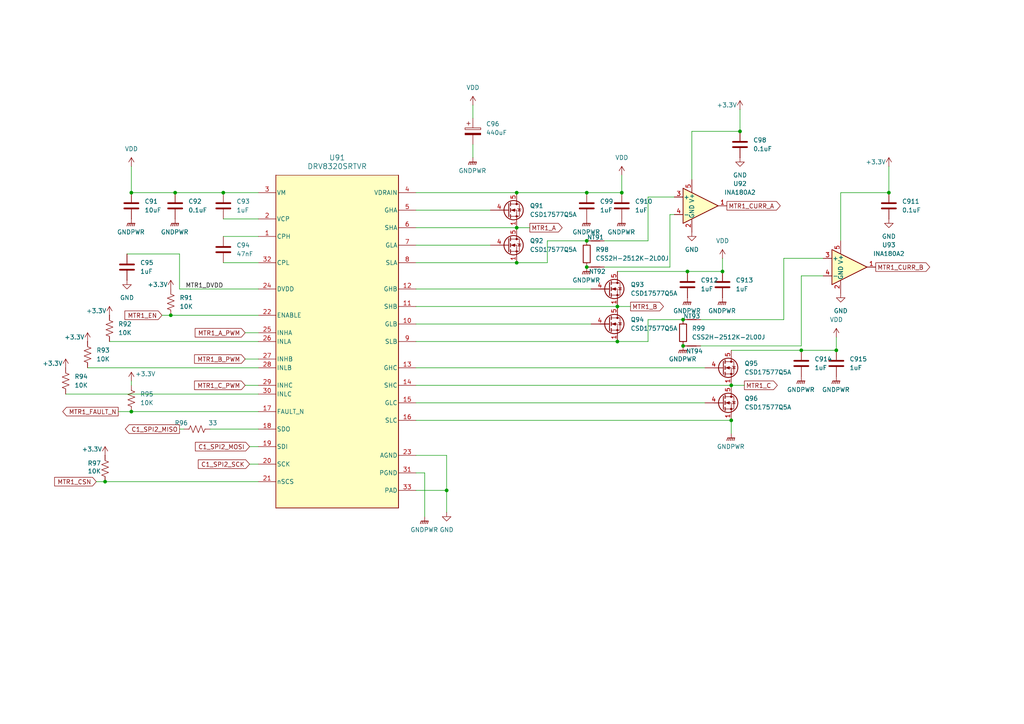
<source format=kicad_sch>
(kicad_sch (version 20250114) (generator "eeschema") (generator_version "9.0")
  (paper "A4")
  (lib_symbols
    (symbol "Amplifier_Current:INA180A2" (pin_names (offset 0.127))
      (property "Reference" "U" (at 3.81 3.81 0))
      (property "Value" "INA180A2" (at 3.81 -2.54 0))
      (symbol "INA180A2_0_1"
        (polyline (pts (xy 5.08 0) (xy -5.08 5.08) (xy -5.08 -5.08) (xy 5.08 0)) (stroke (width 0.254)) (fill (type background)))
      )
      (symbol "INA180A2_1_1"
        (pin input line (at -7.62 2.54 0) (length 2.54) (name "+") (number "3"))
        (pin input line (at -7.62 -2.54 0) (length 2.54) (name "-") (number "4"))
        (pin power_in line (at -2.54 7.62 270) (length 3.81) (name "V+") (number "5"))
        (pin power_in line (at -2.54 -7.62 90) (length 3.81) (name "GND") (number "2"))
        (pin output line (at 7.62 0 180) (length 2.54) (name "~") (number "1"))
      )
    )
    (symbol "Device:C" (pin_numbers (hide yes)) (pin_names (offset 0.254))
      (property "Reference" "C" (at 0.635 2.54 0))
      (property "Value" "C" (at 0.635 -2.54 0))
      (symbol "C_0_1"
        (polyline (pts (xy -2.032 0.762) (xy 2.032 0.762)) (stroke (width 0.508)))
        (polyline (pts (xy -2.032 -0.762) (xy 2.032 -0.762)) (stroke (width 0.508)))
      )
      (symbol "C_1_1"
        (pin passive line (at 0 3.81 270) (length 2.794) (name "~") (number "1"))
        (pin passive line (at 0 -3.81 90) (length 2.794) (name "~") (number "2"))
      )
    )
    (symbol "Device:C_Polarized" (pin_numbers (hide yes)) (pin_names (offset 0.254))
      (property "Reference" "C" (at 0.635 2.54 0))
      (property "Value" "C_Polarized" (at 0.635 -2.54 0))
      (symbol "C_Polarized_0_1"
        (rectangle (start -2.286 0.508) (end 2.286 1.016))
        (polyline (pts (xy -1.778 2.286) (xy -0.762 2.286)))
        (polyline (pts (xy -1.27 2.794) (xy -1.27 1.778)))
        (rectangle (start 2.286 -0.508) (end -2.286 -1.016) (fill (type outline)))
      )
      (symbol "C_Polarized_1_1"
        (pin passive line (at 0 3.81 270) (length 2.794) (name "~") (number "1"))
        (pin passive line (at 0 -3.81 90) (length 2.794) (name "~") (number "2"))
      )
    )
    (symbol "Device:NetTie_2" (pin_numbers (hide yes)) (pin_names (offset 0) (hide yes)) (in_bom no)
      (property "Reference" "NT" (at 0 1.27 0))
      (property "Value" "NetTie_2" (at 0 -1.27 0))
      (symbol "NetTie_2_0_1"
        (polyline (pts (xy -1.27 0) (xy 1.27 0)) (stroke (width 0.254)))
      )
      (symbol "NetTie_2_1_1"
        (pin passive line (at -2.54 0 0) (length 2.54) (name "1") (number "1"))
        (pin passive line (at 2.54 0 180) (length 2.54) (name "2") (number "2"))
      )
    )
    (symbol "Device:R" (pin_numbers (hide yes)) (pin_names (offset 0))
      (property "Reference" "R" (at 2.032 0 90))
      (property "Value" "R" (at 0 0 90))
      (symbol "R_0_1"
        (rectangle (start -1.016 -2.54) (end 1.016 2.54) (stroke (width 0.254)))
      )
      (symbol "R_1_1"
        (pin passive line (at 0 3.81 270) (length 1.27) (name "~") (number "1"))
        (pin passive line (at 0 -3.81 90) (length 1.27) (name "~") (number "2"))
      )
    )
    (symbol "Device:R_US" (pin_numbers (hide yes)) (pin_names (offset 0))
      (property "Reference" "R" (at 2.54 0 90))
      (property "Value" "R_US" (at -2.54 0 90))
      (symbol "R_US_0_1"
        (polyline (pts (xy 0 2.286) (xy 0 2.54)))
        (polyline (pts (xy 0 2.286) (xy 1.016 1.905) (xy 0 1.524) (xy -1.016 1.143) (xy 0 0.762)))
        (polyline (pts (xy 0 0.762) (xy 1.016 0.381) (xy 0 0) (xy -1.016 -0.381) (xy 0 -0.762)))
        (polyline (pts (xy 0 -0.762) (xy 1.016 -1.143) (xy 0 -1.524) (xy -1.016 -1.905) (xy 0 -2.286)))
        (polyline (pts (xy 0 -2.286) (xy 0 -2.54)))
      )
      (symbol "R_US_1_1"
        (pin passive line (at 0 3.81 270) (length 1.27) (name "~") (number "1"))
        (pin passive line (at 0 -3.81 90) (length 1.27) (name "~") (number "2"))
      )
    )
    (symbol "Global:DRV8320SRTVR" (pin_names (offset 0.254))
      (property "Reference" "U" (at 0 2.54 0))
      (property "Value" "DRV8320SRTVR" (at 0 0 0))
      (symbol "DRV8320SRTVR_0_1"
        (polyline (pts (xy -17.78 48.26) (xy -17.78 -48.26)) (stroke (width 0.2032)))
        (polyline (pts (xy -17.78 -48.26) (xy 17.78 -48.26)) (stroke (width 0.2032)))
        (polyline (pts (xy 17.78 -48.26) (xy 17.78 48.26)) (stroke (width 0.2032)))
        (pin power_in line (at -22.86 43.18 0) (length 5.08) (name "VM") (number "3"))
        (pin power_in line (at -22.86 35.56 0) (length 5.08) (name "VCP") (number "2"))
        (pin unspecified line (at -22.86 30.48 0) (length 5.08) (name "CPH") (number "1"))
        (pin unspecified line (at -22.86 22.86 0) (length 5.08) (name "CPL") (number "32"))
        (pin power_in line (at -22.86 15.24 0) (length 5.08) (name "DVDD") (number "24"))
        (pin input line (at -22.86 7.62 0) (length 5.08) (name "ENABLE") (number "22"))
        (pin input line (at -22.86 2.54 0) (length 5.08) (name "INHA") (number "25"))
        (pin input line (at -22.86 0 0) (length 5.08) (name "INLA") (number "26"))
        (pin input line (at -22.86 -5.08 0) (length 5.08) (name "INHB") (number "27"))
        (pin input line (at -22.86 -7.62 0) (length 5.08) (name "INLB") (number "28"))
        (pin input line (at -22.86 -12.7 0) (length 5.08) (name "INHC") (number "29"))
        (pin input line (at -22.86 -15.24 0) (length 5.08) (name "INLC") (number "30"))
        (pin open_collector line (at -22.86 -20.32 0) (length 5.08) (name "FAULT_N") (number "17"))
        (pin input line (at 22.86 43.18 180) (length 5.08) (name "VDRAIN") (number "4"))
        (pin output line (at 22.86 38.1 180) (length 5.08) (name "GHA") (number "5"))
        (pin input line (at 22.86 33.02 180) (length 5.08) (name "SHA") (number "6"))
        (pin output line (at 22.86 27.94 180) (length 5.08) (name "GLA") (number "7"))
        (pin input line (at 22.86 22.86 180) (length 5.08) (name "SLA") (number "8"))
        (pin output line (at 22.86 15.24 180) (length 5.08) (name "GHB") (number "12"))
        (pin input line (at 22.86 10.16 180) (length 5.08) (name "SHB") (number "11"))
        (pin output line (at 22.86 5.08 180) (length 5.08) (name "GLB") (number "10"))
        (pin input line (at 22.86 0 180) (length 5.08) (name "SLB") (number "9"))
        (pin output line (at 22.86 -7.62 180) (length 5.08) (name "GHC") (number "13"))
        (pin input line (at 22.86 -12.7 180) (length 5.08) (name "SHC") (number "14"))
        (pin output line (at 22.86 -17.78 180) (length 5.08) (name "GLC") (number "15"))
        (pin input line (at 22.86 -22.86 180) (length 5.08) (name "SLC") (number "16"))
        (pin power_in line (at 22.86 -33.02 180) (length 5.08) (name "AGND") (number "23"))
        (pin power_in line (at 22.86 -38.1 180) (length 5.08) (name "PGND") (number "31"))
        (pin power_in line (at 22.86 -43.18 180) (length 5.08) (name "PAD") (number "33"))
      )
      (symbol "DRV8320SRTVR_1_1"
        (rectangle (start -17.78 48.26) (end 17.78 -48.26) (fill (type color) (color 255 255 194 1)))
        (pin unspecified line (at -22.86 -25.4 0) (length 5.08) (name "SDO") (number "18"))
        (pin input line (at -22.86 -30.48 0) (length 5.08) (name "SDI") (number "19"))
        (pin input line (at -22.86 -35.56 0) (length 5.08) (name "SCK") (number "20"))
        (pin unspecified line (at -22.86 -40.64 0) (length 5.08) (name "nSCS") (number "21"))
      )
    )
    (symbol "Transistor_FET:CSD17577Q5A" (pin_names (offset 0) (hide yes))
      (property "Reference" "Q" (at 5.08 1.905 0))
      (property "Value" "CSD17577Q5A" (at 5.08 0 0))
      (symbol "CSD17577Q5A_0_1"
        (polyline (pts (xy 0.254 1.905) (xy 0.254 -1.905)) (stroke (width 0.254)))
        (polyline (pts (xy 0.254 0) (xy -2.54 0)))
        (polyline (pts (xy 0.762 2.286) (xy 0.762 1.27)) (stroke (width 0.254)))
        (polyline (pts (xy 0.762 0.508) (xy 0.762 -0.508)) (stroke (width 0.254)))
        (polyline (pts (xy 0.762 -1.27) (xy 0.762 -2.286)) (stroke (width 0.254)))
        (polyline (pts (xy 0.762 -1.778) (xy 3.302 -1.778) (xy 3.302 1.778) (xy 0.762 1.778)))
        (polyline (pts (xy 1.016 0) (xy 2.032 0.381) (xy 2.032 -0.381) (xy 1.016 0)) (fill (type outline)))
        (circle (center 1.651 0) (radius 2.794) (stroke (width 0.254)))
        (polyline (pts (xy 2.54 2.54) (xy 2.54 1.778)))
        (circle (center 2.54 1.778) (radius 0.254) (fill (type outline)))
        (circle (center 2.54 -1.778) (radius 0.254) (fill (type outline)))
        (polyline (pts (xy 2.54 -2.54) (xy 2.54 0) (xy 0.762 0)))
        (polyline (pts (xy 2.794 0.508) (xy 2.921 0.381) (xy 3.683 0.381) (xy 3.81 0.254)))
        (polyline (pts (xy 3.302 0.381) (xy 2.921 -0.254) (xy 3.683 -0.254) (xy 3.302 0.381)))
      )
      (symbol "CSD17577Q5A_1_1"
        (pin input line (at -5.08 0 0) (length 5.08) (name "G") (number "4"))
        (pin passive line (at 2.54 5.08 270) (length 2.54) (name "D") (number "5"))
        (pin passive line (at 2.54 -5.08 90) (length 2.54) (name "S") (number "1"))
        (pin passive line (at 2.54 -5.08 90) (length 2.54) (hide yes) (name "S") (number "2"))
        (pin passive line (at 2.54 -5.08 90) (length 2.54) (hide yes) (name "S") (number "3"))
      )
    )
    (symbol "power:+3.3V" (power) (pin_numbers (hide yes)) (pin_names (offset 0) (hide yes))
      (property "Value" "+3.3V" (at 0 3.556 0))
      (symbol "+3.3V_0_1"
        (polyline (pts (xy -0.762 1.27) (xy 0 2.54)))
        (polyline (pts (xy 0 2.54) (xy 0.762 1.27)))
        (polyline (pts (xy 0 0) (xy 0 2.54)))
      )
      (symbol "+3.3V_1_1"
        (pin power_in line (at 0 0 90) (length 0) (name "~") (number "1"))
      )
    )
    (symbol "power:GND" (power) (pin_numbers (hide yes)) (pin_names (offset 0) (hide yes))
      (property "Value" "GND" (at 0 -3.81 0))
      (symbol "GND_0_1"
        (polyline (pts (xy 0 0) (xy 0 -1.27) (xy 1.27 -1.27) (xy 0 -2.54) (xy -1.27 -1.27) (xy 0 -1.27)))
      )
      (symbol "GND_1_1"
        (pin power_in line (at 0 0 270) (length 0) (name "~") (number "1"))
      )
    )
    (symbol "power:GNDPWR" (power) (pin_numbers (hide yes)) (pin_names (offset 0) (hide yes))
      (property "Value" "GNDPWR" (at 0 -3.302 0))
      (symbol "GNDPWR_0_1"
        (polyline (pts (xy -1.016 -1.27) (xy -1.27 -2.032) (xy -1.27 -2.032)) (stroke (width 0.2032)))
        (polyline (pts (xy -0.508 -1.27) (xy -0.762 -2.032) (xy -0.762 -2.032)) (stroke (width 0.2032)))
        (polyline (pts (xy 0 -1.27) (xy 0 0)))
        (polyline (pts (xy 0 -1.27) (xy -0.254 -2.032) (xy -0.254 -2.032)) (stroke (width 0.2032)))
        (polyline (pts (xy 0.508 -1.27) (xy 0.254 -2.032) (xy 0.254 -2.032)) (stroke (width 0.2032)))
        (polyline (pts (xy 1.016 -1.27) (xy -1.016 -1.27) (xy -1.016 -1.27)) (stroke (width 0.2032)))
        (polyline (pts (xy 1.016 -1.27) (xy 0.762 -2.032) (xy 0.762 -2.032) (xy 0.762 -2.032)) (stroke (width 0.2032)))
      )
      (symbol "GNDPWR_1_1"
        (pin power_in line (at 0 0 270) (length 0) (name "~") (number "1"))
      )
    )
    (symbol "power:VDD" (power) (pin_numbers (hide yes)) (pin_names (offset 0) (hide yes))
      (property "Value" "VDD" (at 0 3.556 0))
      (symbol "VDD_0_1"
        (polyline (pts (xy -0.762 1.27) (xy 0 2.54)))
        (polyline (pts (xy 0 2.54) (xy 0.762 1.27)))
        (polyline (pts (xy 0 0) (xy 0 2.54)))
      )
      (symbol "VDD_1_1"
        (pin power_in line (at 0 0 90) (length 0) (name "~") (number "1"))
      )
    )
  )
  (junction (at 170.18 55.88))
  (junction (at 242.57 101.6))
  (junction (at 30.48 139.7))
  (junction (at 257.81 55.88))
  (junction (at 232.41 101.6))
  (junction (at 209.55 78.74))
  (junction (at 199.39 78.74))
  (junction (at 170.18 69.85))
  (junction (at 64.77 55.88))
  (junction (at 149.86 66.04))
  (junction (at 214.63 38.1))
  (junction (at 180.34 55.88))
  (junction (at 50.8 55.88))
  (junction (at 129.54 142.24))
  (junction (at 49.53 91.44))
  (junction (at 149.86 76.2))
  (junction (at 38.1 55.88))
  (junction (at 179.07 99.06))
  (junction (at 198.12 100.33))
  (junction (at 198.12 92.71))
  (junction (at 212.09 121.92))
  (junction (at 179.07 88.9))
  (junction (at 170.18 77.47))
  (junction (at 149.86 55.88))
  (junction (at 212.09 111.76))
  (junction (at 38.1 119.38))
  (wire (pts (xy 120.65 83.82) (xy 171.45 83.82)))
  (wire (pts (xy 170.18 55.88) (xy 180.34 55.88)))
  (wire (pts (xy 52.07 73.66) (xy 52.07 83.82)))
  (wire (pts (xy 120.65 60.96) (xy 142.24 60.96)))
  (wire (pts (xy 203.2 100.33) (xy 232.41 100.33)))
  (wire (pts (xy 46.99 91.44) (xy 49.53 91.44)))
  (wire (pts (xy 120.65 142.24) (xy 129.54 142.24)))
  (wire (pts (xy 199.39 78.74) (xy 209.55 78.74)))
  (wire (pts (xy 194.31 62.23) (xy 195.58 62.23)))
  (wire (pts (xy 158.75 76.2) (xy 149.86 76.2)))
  (wire (pts (xy 123.19 137.16) (xy 120.65 137.16)))
  (wire (pts (xy 232.41 100.33) (xy 232.41 80.01)))
  (wire (pts (xy 38.1 55.88) (xy 50.8 55.88)))
  (wire (pts (xy 72.39 134.62) (xy 74.93 134.62)))
  (wire (pts (xy 71.12 96.52) (xy 74.93 96.52)))
  (wire (pts (xy 227.33 92.71) (xy 227.33 74.93)))
  (wire (pts (xy 179.07 78.74) (xy 199.39 78.74)))
  (wire (pts (xy 31.75 99.06) (xy 74.93 99.06)))
  (wire (pts (xy 187.96 99.06) (xy 179.07 99.06)))
  (wire (pts (xy 187.96 57.15) (xy 195.58 57.15)))
  (wire (pts (xy 120.65 88.9) (xy 179.07 88.9)))
  (wire (pts (xy 50.8 55.88) (xy 64.77 55.88)))
  (wire (pts (xy 149.86 55.88) (xy 170.18 55.88)))
  (wire (pts (xy 71.12 104.14) (xy 74.93 104.14)))
  (wire (pts (xy 243.84 55.88) (xy 257.81 55.88)))
  (wire (pts (xy 137.16 30.48) (xy 137.16 34.29)))
  (wire (pts (xy 60.96 124.46) (xy 74.93 124.46)))
  (wire (pts (xy 30.48 139.7) (xy 74.93 139.7)))
  (wire (pts (xy 158.75 69.85) (xy 158.75 76.2)))
  (wire (pts (xy 120.65 71.12) (xy 142.24 71.12)))
  (wire (pts (xy 212.09 101.6) (xy 232.41 101.6)))
  (wire (pts (xy 64.77 63.5) (xy 74.93 63.5)))
  (wire (pts (xy 179.07 88.9) (xy 182.88 88.9)))
  (wire (pts (xy 34.29 119.38) (xy 38.1 119.38)))
  (wire (pts (xy 175.26 69.85) (xy 187.96 69.85)))
  (wire (pts (xy 209.55 74.93) (xy 209.55 78.74)))
  (wire (pts (xy 36.83 73.66) (xy 52.07 73.66)))
  (wire (pts (xy 129.54 132.08) (xy 120.65 132.08)))
  (wire (pts (xy 64.77 68.58) (xy 74.93 68.58)))
  (wire (pts (xy 52.07 124.46) (xy 53.34 124.46)))
  (wire (pts (xy 200.66 38.1) (xy 214.63 38.1)))
  (wire (pts (xy 170.18 69.85) (xy 158.75 69.85)))
  (wire (pts (xy 120.65 55.88) (xy 149.86 55.88)))
  (wire (pts (xy 149.86 66.04) (xy 153.67 66.04)))
  (wire (pts (xy 198.12 92.71) (xy 187.96 92.71)))
  (wire (pts (xy 120.65 121.92) (xy 212.09 121.92)))
  (wire (pts (xy 72.39 129.54) (xy 74.93 129.54)))
  (wire (pts (xy 175.26 77.47) (xy 194.31 77.47)))
  (wire (pts (xy 180.34 50.8) (xy 180.34 55.88)))
  (wire (pts (xy 120.65 111.76) (xy 212.09 111.76)))
  (wire (pts (xy 137.16 41.91) (xy 137.16 45.72)))
  (wire (pts (xy 120.65 99.06) (xy 179.07 99.06)))
  (wire (pts (xy 242.57 97.79) (xy 242.57 101.6)))
  (wire (pts (xy 232.41 101.6) (xy 242.57 101.6)))
  (wire (pts (xy 212.09 121.92) (xy 212.09 125.73)))
  (wire (pts (xy 120.65 66.04) (xy 149.86 66.04)))
  (wire (pts (xy 194.31 77.47) (xy 194.31 62.23)))
  (wire (pts (xy 19.05 114.3) (xy 74.93 114.3)))
  (wire (pts (xy 227.33 74.93) (xy 238.76 74.93)))
  (wire (pts (xy 232.41 80.01) (xy 238.76 80.01)))
  (wire (pts (xy 49.53 91.44) (xy 74.93 91.44)))
  (wire (pts (xy 243.84 69.85) (xy 243.84 55.88)))
  (wire (pts (xy 52.07 83.82) (xy 74.93 83.82)))
  (wire (pts (xy 212.09 111.76) (xy 215.9 111.76)))
  (wire (pts (xy 120.65 116.84) (xy 204.47 116.84)))
  (wire (pts (xy 129.54 142.24) (xy 129.54 132.08)))
  (wire (pts (xy 120.65 76.2) (xy 149.86 76.2)))
  (wire (pts (xy 203.2 92.71) (xy 227.33 92.71)))
  (wire (pts (xy 38.1 119.38) (xy 74.93 119.38)))
  (wire (pts (xy 25.4 106.68) (xy 74.93 106.68)))
  (wire (pts (xy 129.54 148.59) (xy 129.54 142.24)))
  (wire (pts (xy 38.1 110.49) (xy 38.1 111.76)))
  (wire (pts (xy 123.19 149.86) (xy 123.19 137.16)))
  (wire (pts (xy 64.77 55.88) (xy 74.93 55.88)))
  (wire (pts (xy 187.96 69.85) (xy 187.96 57.15)))
  (wire (pts (xy 71.12 111.76) (xy 74.93 111.76)))
  (wire (pts (xy 64.77 76.2) (xy 74.93 76.2)))
  (wire (pts (xy 214.63 31.75) (xy 214.63 38.1)))
  (wire (pts (xy 120.65 106.68) (xy 204.47 106.68)))
  (wire (pts (xy 257.81 48.26) (xy 257.81 55.88)))
  (wire (pts (xy 30.48 139.7) (xy 27.94 139.7)))
  (wire (pts (xy 200.66 52.07) (xy 200.66 38.1)))
  (wire (pts (xy 120.65 93.98) (xy 171.45 93.98)))
  (wire (pts (xy 38.1 48.26) (xy 38.1 55.88)))
  (wire (pts (xy 187.96 92.71) (xy 187.96 99.06)))
  (label "MTR1_DVDD" (at 64.77 83.82 180))
  (global_label "C1_SPI2_MISO" (shape output) (at 52.07 124.46 180) (property "Intersheetrefs" "${INTERSHEET_REFS}" (at 35.7801 124.46 0) (effects (justify right))))
  (global_label "MTR1_CURR_B" (shape output) (at 254 77.47 0) (property "Intersheetrefs" "${INTERSHEET_REFS}" (at 270.2294 77.47 0) (effects (justify left))))
  (global_label "MTR1_EN" (shape input) (at 46.99 91.44 180) (property "Intersheetrefs" "${INTERSHEET_REFS}" (at 35.6592 91.44 0) (effects (justify right))))
  (global_label "MTR1_C_PWM" (shape input) (at 71.12 111.76 180) (property "Intersheetrefs" "${INTERSHEET_REFS}" (at 55.8583 111.76 0) (effects (justify right))))
  (global_label "MTR1_CSN" (shape input) (at 27.94 139.7 180) (property "Intersheetrefs" "${INTERSHEET_REFS}" (at 15.2787 139.7 0) (effects (justify right))))
  (global_label "MTR1_FAULT_N" (shape output) (at 34.29 119.38 180) (property "Intersheetrefs" "${INTERSHEET_REFS}" (at 17.6372 119.38 0) (effects (justify right))))
  (global_label "MTR1_C" (shape output) (at 215.9 111.76 0) (property "Intersheetrefs" "${INTERSHEET_REFS}" (at 226.0213 111.76 0) (effects (justify left))))
  (global_label "C1_SPI2_MOSI" (shape input) (at 72.39 129.54 180) (property "Intersheetrefs" "${INTERSHEET_REFS}" (at 56.1001 129.54 0) (effects (justify right))))
  (global_label "MTR1_A_PWM" (shape input) (at 71.12 96.52 180) (property "Intersheetrefs" "${INTERSHEET_REFS}" (at 56.0397 96.52 0) (effects (justify right))))
  (global_label "MTR1_A" (shape output) (at 153.67 66.04 0) (property "Intersheetrefs" "${INTERSHEET_REFS}" (at 163.6099 66.04 0) (effects (justify left))))
  (global_label "MTR1_B" (shape output) (at 182.88 88.9 0) (property "Intersheetrefs" "${INTERSHEET_REFS}" (at 193.0013 88.9 0) (effects (justify left))))
  (global_label "C1_SPI2_SCK" (shape input) (at 72.39 134.62 180) (property "Intersheetrefs" "${INTERSHEET_REFS}" (at 56.9468 134.62 0) (effects (justify right))))
  (global_label "MTR1_B_PWM" (shape input) (at 71.12 104.14 180) (property "Intersheetrefs" "${INTERSHEET_REFS}" (at 55.8583 104.14 0) (effects (justify right))))
  (global_label "MTR1_CURR_A" (shape output) (at 210.82 59.69 0) (property "Intersheetrefs" "${INTERSHEET_REFS}" (at 226.868 59.69 0) (effects (justify left))))
  (symbol (lib_id "power:VDD") (at 242.57 97.79 0) (unit 1)
    (property "Reference" "#PWR0154" (effects (hide yes)))
    (property "Value" "VDD" (at 242.57 92.71 0))
    (property "Description" "Power symbol creates a global label with name \"VDD\"" (effects (hide yes)))
  )
  (symbol (lib_id "power:GNDPWR") (at 137.16 45.72 0) (unit 1)
    (property "Reference" "#PWR0151" (effects (hide yes)))
    (property "Value" "GNDPWR" (at 137.033 49.53 0))
    (property "Description" "Power symbol creates a global label with name \"GNDPWR\" , global ground" (effects (hide yes)))
  )
  (symbol (lib_id "Amplifier_Current:INA180A2") (at 246.38 77.47 0) (unit 1)
    (property "Reference" "U93" (at 257.81 71.0498 0))
    (property "Value" "INA180A2" (at 257.81 73.5898 0))
    (property "Footprint" "Package_TO_SOT_SMD:SOT-23-5" (effects (hide yes)))
    (property "Datasheet" "http://www.ti.com/lit/ds/symlink/ina180.pdf" (effects (hide yes)))
    (property "Description" "Current Sense Amplifier, 1 Circuit, Rail-to-Rail, 26V, Gain 50 V/V, SOT-23-5" (effects (hide yes)))
  )
  (symbol (lib_id "power:+3.3V") (at 257.81 48.26 0) (unit 1)
    (property "Reference" "#PWR0170" (effects (hide yes)))
    (property "Value" "+3.3V" (at 254 46.99 0))
    (property "Description" "Power symbol creates a global label with name \"+3.3V\"" (effects (hide yes)))
  )
  (symbol (lib_id "Device:C") (at 209.55 82.55 0) (unit 1)
    (property "Reference" "C913" (at 213.36 81.2799 0) (effects (justify left)))
    (property "Value" "1uF" (at 213.36 83.8199 0) (effects (justify left)))
    (property "Footprint" "Capacitor_SMD:C_0603_1608Metric" (effects (hide yes)))
    (property "Description" "Unpolarized capacitor" (effects (hide yes)))
  )
  (symbol (lib_id "power:+3.3V") (at 25.4 99.06 0) (unit 1)
    (property "Reference" "#PWR0262" (effects (hide yes)))
    (property "Value" "+3.3V" (at 21.59 97.79 0))
    (property "Description" "Power symbol creates a global label with name \"+3.3V\"" (effects (hide yes)))
  )
  (symbol (lib_id "Device:C") (at 199.39 82.55 0) (unit 1)
    (property "Reference" "C912" (at 203.2 81.2799 0) (effects (justify left)))
    (property "Value" "1uF" (at 203.2 83.8199 0) (effects (justify left)))
    (property "Footprint" "Capacitor_SMD:C_0603_1608Metric" (effects (hide yes)))
    (property "Description" "Unpolarized capacitor" (effects (hide yes)))
  )
  (symbol (lib_id "Transistor_FET:CSD17577Q5A") (at 209.55 116.84 0) (unit 1)
    (property "Reference" "Q96" (at 215.9 115.5699 0) (effects (justify left)))
    (property "Value" "CSD17577Q5A" (at 215.9 118.1099 0) (effects (justify left)))
    (property "Footprint" "Package_TO_SOT_SMD:TDSON-8-1" (effects (hide yes)))
    (property "Datasheet" "http://www.ti.com/lit/gpn/csd17577q5a" (effects (hide yes)))
    (property "Description" "60A Id, 30V Vds, NexFET N-Channel Power MOSFET, 4.2mOhm Ron, 13nC Qg(typ), SON8 5x6mm" (effects (hide yes)))
  )
  (symbol (lib_id "Transistor_FET:CSD17577Q5A") (at 147.32 71.12 0) (unit 1)
    (property "Reference" "Q92" (at 153.67 69.8499 0) (effects (justify left)))
    (property "Value" "CSD17577Q5A" (at 153.67 72.3899 0) (effects (justify left)))
    (property "Footprint" "Package_TO_SOT_SMD:TDSON-8-1" (effects (hide yes)))
    (property "Datasheet" "http://www.ti.com/lit/gpn/csd17577q5a" (effects (hide yes)))
    (property "Description" "60A Id, 30V Vds, NexFET N-Channel Power MOSFET, 4.2mOhm Ron, 13nC Qg(typ), SON8 5x6mm" (effects (hide yes)))
  )
  (symbol (lib_id "Device:NetTie_2") (at 172.72 69.85 0) (unit 1) (in_bom no)
    (property "Reference" "NT91" (at 172.72 68.834 0))
    (property "Value" "NetTie_2" (effects (hide yes)))
    (property "Footprint" "NetTie:NetTie-2_SMD_Pad0.5mm" (effects (hide yes)))
    (property "Description" "Net tie, 2 pins" (effects (hide yes)))
  )
  (symbol (lib_id "Device:R") (at 170.18 73.66 0) (unit 1)
    (property "Reference" "R98" (at 172.72 72.3899 0) (effects (justify left)))
    (property "Value" "CSS2H-2512K-2L00J" (at 172.72 74.9299 0) (effects (justify left)))
    (property "Footprint" "Resistor_SMD:R_2512_6332Metric" (effects (hide yes)))
    (property "Description" "Resistor" (effects (hide yes)))
  )
  (symbol (lib_id "Device:C") (at 170.18 59.69 0) (unit 1)
    (property "Reference" "C99" (at 173.99 58.4199 0) (effects (justify left)))
    (property "Value" "1uF" (at 173.99 60.9599 0) (effects (justify left)))
    (property "Footprint" "Capacitor_SMD:C_0603_1608Metric" (effects (hide yes)))
    (property "Description" "Unpolarized capacitor" (effects (hide yes)))
  )
  (symbol (lib_id "power:VDD") (at 209.55 74.93 0) (unit 1)
    (property "Reference" "#PWR0153" (effects (hide yes)))
    (property "Value" "VDD" (at 209.55 69.85 0))
    (property "Description" "Power symbol creates a global label with name \"VDD\"" (effects (hide yes)))
  )
  (symbol (lib_id "Device:C") (at 257.81 59.69 0) (unit 1)
    (property "Reference" "C911" (at 261.62 58.4199 0) (effects (justify left)))
    (property "Value" "0.1uF" (at 261.62 60.9599 0) (effects (justify left)))
    (property "Footprint" "Capacitor_SMD:C_0402_1005Metric" (effects (hide yes)))
    (property "Description" "Unpolarized capacitor" (effects (hide yes)))
  )
  (symbol (lib_id "Device:R_US") (at 30.48 135.89 180) (unit 1)
    (property "Reference" "R97" (at 25.4 134.366 0) (effects (justify right)))
    (property "Value" "10K" (at 25.4 136.652 0) (effects (justify right)))
    (property "Footprint" "Resistor_SMD:R_0402_1005Metric" (effects (hide yes)))
    (property "Description" "Resistor, US symbol" (effects (hide yes)))
  )
  (symbol (lib_id "Device:NetTie_2") (at 200.66 100.33 0) (unit 1) (in_bom no)
    (property "Reference" "NT94" (at 201.422 101.854 0))
    (property "Value" "NetTie_2" (effects (hide yes)))
    (property "Footprint" "NetTie:NetTie-2_SMD_Pad0.5mm" (effects (hide yes)))
    (property "Description" "Net tie, 2 pins" (effects (hide yes)))
  )
  (symbol (lib_id "power:VDD") (at 180.34 50.8 0) (unit 1)
    (property "Reference" "#PWR0161" (effects (hide yes)))
    (property "Value" "VDD" (at 180.34 45.72 0))
    (property "Description" "Power symbol creates a global label with name \"VDD\"" (effects (hide yes)))
  )
  (symbol (lib_id "Transistor_FET:CSD17577Q5A") (at 147.32 60.96 0) (unit 1)
    (property "Reference" "Q91" (at 153.67 59.6899 0) (effects (justify left)))
    (property "Value" "CSD17577Q5A" (at 153.67 62.2299 0) (effects (justify left)))
    (property "Footprint" "Package_TO_SOT_SMD:TDSON-8-1" (effects (hide yes)))
    (property "Datasheet" "http://www.ti.com/lit/gpn/csd17577q5a" (effects (hide yes)))
    (property "Description" "60A Id, 30V Vds, NexFET N-Channel Power MOSFET, 4.2mOhm Ron, 13nC Qg(typ), SON8 5x6mm" (effects (hide yes)))
  )
  (symbol (lib_id "Device:C") (at 180.34 59.69 0) (unit 1)
    (property "Reference" "C910" (at 184.15 58.4199 0) (effects (justify left)))
    (property "Value" "1uF" (at 184.15 60.9599 0) (effects (justify left)))
    (property "Footprint" "Capacitor_SMD:C_0603_1608Metric" (effects (hide yes)))
    (property "Description" "Unpolarized capacitor" (effects (hide yes)))
  )
  (symbol (lib_id "power:GNDPWR") (at 123.19 149.86 0) (unit 1)
    (property "Reference" "#PWR0102" (effects (hide yes)))
    (property "Value" "GNDPWR" (at 123.063 153.67 0))
    (property "Description" "Power symbol creates a global label with name \"GNDPWR\" , global ground" (effects (hide yes)))
  )
  (symbol (lib_id "power:+3.3V") (at 214.63 31.75 0) (unit 1)
    (property "Reference" "#PWR0169" (effects (hide yes)))
    (property "Value" "+3.3V" (at 210.82 30.48 0))
    (property "Description" "Power symbol creates a global label with name \"+3.3V\"" (effects (hide yes)))
  )
  (symbol (lib_id "Device:R_US") (at 57.15 124.46 90) (unit 1)
    (property "Reference" "R96" (at 52.578 122.682 90))
    (property "Value" "33" (at 61.722 122.682 90))
    (property "Footprint" "Resistor_SMD:R_0402_1005Metric" (effects (hide yes)))
    (property "Description" "Resistor, US symbol" (effects (hide yes)))
  )
  (symbol (lib_id "Global:DRV8320SRTVR") (at 97.79 99.06 0) (unit 1)
    (property "Reference" "U91" (at 97.79 45.72 0) (effects (font (size 1.524 1.524))))
    (property "Value" "DRV8320SRTVR" (at 97.79 48.26 0) (effects (font (size 1.524 1.524))))
    (property "Footprint" "Library:DRV8320SRTVR" (effects (hide yes)))
    (property "Datasheet" "https://www.ti.com/lit/gpn/drv8320" (effects (hide yes)))
  )
  (symbol (lib_id "power:GND") (at 36.83 81.28 0) (unit 1)
    (property "Reference" "#PWR0103" (effects (hide yes)))
    (property "Value" "GND" (at 36.83 86.36 0))
    (property "Description" "Power symbol creates a global label with name \"GND\" , ground" (effects (hide yes)))
  )
  (symbol (lib_id "power:GNDPWR") (at 38.1 63.5 0) (unit 1)
    (property "Reference" "#PWR097" (effects (hide yes)))
    (property "Value" "GNDPWR" (at 37.973 67.31 0))
    (property "Description" "Power symbol creates a global label with name \"GNDPWR\" , global ground" (effects (hide yes)))
  )
  (symbol (lib_id "power:VDD") (at 38.1 48.26 0) (unit 1)
    (property "Reference" "#PWR0101" (effects (hide yes)))
    (property "Value" "VDD" (at 38.1 43.18 0))
    (property "Description" "Power symbol creates a global label with name \"VDD\"" (effects (hide yes)))
  )
  (symbol (lib_id "power:GNDPWR") (at 209.55 86.36 0) (unit 1)
    (property "Reference" "#PWR0158" (effects (hide yes)))
    (property "Value" "GNDPWR" (at 209.423 90.17 0))
    (property "Description" "Power symbol creates a global label with name \"GNDPWR\" , global ground" (effects (hide yes)))
  )
  (symbol (lib_id "Transistor_FET:CSD17577Q5A") (at 176.53 93.98 0) (unit 1)
    (property "Reference" "Q94" (at 182.88 92.7099 0) (effects (justify left)))
    (property "Value" "CSD17577Q5A" (at 182.88 95.2499 0) (effects (justify left)))
    (property "Footprint" "Package_TO_SOT_SMD:TDSON-8-1" (effects (hide yes)))
    (property "Datasheet" "http://www.ti.com/lit/gpn/csd17577q5a" (effects (hide yes)))
    (property "Description" "60A Id, 30V Vds, NexFET N-Channel Power MOSFET, 4.2mOhm Ron, 13nC Qg(typ), SON8 5x6mm" (effects (hide yes)))
  )
  (symbol (lib_id "Transistor_FET:CSD17577Q5A") (at 176.53 83.82 0) (unit 1)
    (property "Reference" "Q93" (at 182.88 82.5499 0) (effects (justify left)))
    (property "Value" "CSD17577Q5A" (at 182.88 85.0899 0) (effects (justify left)))
    (property "Footprint" "Package_TO_SOT_SMD:TDSON-8-1" (effects (hide yes)))
    (property "Datasheet" "http://www.ti.com/lit/gpn/csd17577q5a" (effects (hide yes)))
    (property "Description" "60A Id, 30V Vds, NexFET N-Channel Power MOSFET, 4.2mOhm Ron, 13nC Qg(typ), SON8 5x6mm" (effects (hide yes)))
  )
  (symbol (lib_id "Device:C") (at 64.77 59.69 0) (unit 1)
    (property "Reference" "C93" (at 68.58 58.4199 0) (effects (justify left)))
    (property "Value" "1uF" (at 68.58 60.9599 0) (effects (justify left)))
    (property "Footprint" "Capacitor_SMD:C_0402_1005Metric" (effects (hide yes)))
    (property "Description" "Unpolarized capacitor" (effects (hide yes)))
  )
  (symbol (lib_id "Device:R") (at 198.12 96.52 0) (unit 1)
    (property "Reference" "R99" (at 200.66 95.2499 0) (effects (justify left)))
    (property "Value" "CSS2H-2512K-2L00J" (at 200.66 97.7899 0) (effects (justify left)))
    (property "Footprint" "Resistor_SMD:R_2512_6332Metric" (effects (hide yes)))
    (property "Description" "Resistor" (effects (hide yes)))
  )
  (symbol (lib_id "Device:C") (at 214.63 41.91 0) (unit 1)
    (property "Reference" "C98" (at 218.44 40.6399 0) (effects (justify left)))
    (property "Value" "0.1uF" (at 218.44 43.1799 0) (effects (justify left)))
    (property "Footprint" "Capacitor_SMD:C_0402_1005Metric" (effects (hide yes)))
    (property "Description" "Unpolarized capacitor" (effects (hide yes)))
  )
  (symbol (lib_id "power:GNDPWR") (at 212.09 125.73 0) (unit 1)
    (property "Reference" "#PWR0164" (effects (hide yes)))
    (property "Value" "GNDPWR" (at 211.963 129.54 0))
    (property "Description" "Power symbol creates a global label with name \"GNDPWR\" , global ground" (effects (hide yes)))
  )
  (symbol (lib_id "power:GND") (at 200.66 67.31 0) (unit 1)
    (property "Reference" "#PWR0168" (effects (hide yes)))
    (property "Value" "GND" (at 200.66 72.39 0))
    (property "Description" "Power symbol creates a global label with name \"GND\" , ground" (effects (hide yes)))
  )
  (symbol (lib_id "power:GNDPWR") (at 232.41 109.22 0) (unit 1)
    (property "Reference" "#PWR0159" (effects (hide yes)))
    (property "Value" "GNDPWR" (at 232.283 113.03 0))
    (property "Description" "Power symbol creates a global label with name \"GNDPWR\" , global ground" (effects (hide yes)))
  )
  (symbol (lib_id "Device:C") (at 36.83 77.47 0) (unit 1)
    (property "Reference" "C95" (at 40.64 76.1999 0) (effects (justify left)))
    (property "Value" "1uF" (at 40.64 78.7399 0) (effects (justify left)))
    (property "Footprint" "Capacitor_SMD:C_0402_1005Metric" (effects (hide yes)))
    (property "Description" "Unpolarized capacitor" (effects (hide yes)))
  )
  (symbol (lib_id "power:+3.3V") (at 31.75 91.44 0) (unit 1)
    (property "Reference" "#PWR0261" (effects (hide yes)))
    (property "Value" "+3.3V" (at 27.94 90.17 0))
    (property "Description" "Power symbol creates a global label with name \"+3.3V\"" (effects (hide yes)))
  )
  (symbol (lib_id "power:GNDPWR") (at 50.8 63.5 0) (unit 1)
    (property "Reference" "#PWR0100" (effects (hide yes)))
    (property "Value" "GNDPWR" (at 50.673 67.31 0))
    (property "Description" "Power symbol creates a global label with name \"GNDPWR\" , global ground" (effects (hide yes)))
  )
  (symbol (lib_id "Device:C") (at 50.8 59.69 0) (unit 1)
    (property "Reference" "C92" (at 54.61 58.4199 0) (effects (justify left)))
    (property "Value" "0.1uF" (at 54.61 60.9599 0) (effects (justify left)))
    (property "Footprint" "Capacitor_SMD:C_0402_1005Metric" (effects (hide yes)))
    (property "Description" "Unpolarized capacitor" (effects (hide yes)))
  )
  (symbol (lib_id "power:GND") (at 243.84 85.09 0) (unit 1)
    (property "Reference" "#PWR0167" (effects (hide yes)))
    (property "Value" "GND" (at 243.84 90.17 0))
    (property "Description" "Power symbol creates a global label with name \"GND\" , ground" (effects (hide yes)))
  )
  (symbol (lib_id "power:GNDPWR") (at 198.12 100.33 0) (unit 1)
    (property "Reference" "#PWR0162" (effects (hide yes)))
    (property "Value" "GNDPWR" (at 197.993 104.14 0))
    (property "Description" "Power symbol creates a global label with name \"GNDPWR\" , global ground" (effects (hide yes)))
  )
  (symbol (lib_id "Device:R_US") (at 31.75 95.25 180) (unit 1)
    (property "Reference" "R92" (at 34.29 93.9799 0) (effects (justify right)))
    (property "Value" "10K" (at 34.29 96.5199 0) (effects (justify right)))
    (property "Footprint" "Resistor_SMD:R_0402_1005Metric" (effects (hide yes)))
    (property "Description" "Resistor, US symbol" (effects (hide yes)))
  )
  (symbol (lib_id "Device:C_Polarized") (at 137.16 38.1 0) (unit 1)
    (property "Reference" "C96" (at 140.97 35.9409 0) (effects (justify left)))
    (property "Value" "440uF" (at 140.97 38.4809 0) (effects (justify left)))
    (property "Footprint" "Capacitor_THT:CP_Radial_D10.0mm_P5.00mm" (effects (hide yes)))
    (property "Description" "Polarized capacitor" (effects (hide yes)))
  )
  (symbol (lib_id "power:+3.3V") (at 30.48 132.08 0) (unit 1)
    (property "Reference" "#PWR0105" (effects (hide yes)))
    (property "Value" "+3.3V" (at 26.67 130.302 0))
    (property "Description" "Power symbol creates a global label with name \"+3.3V\"" (effects (hide yes)))
  )
  (symbol (lib_id "Device:NetTie_2") (at 200.66 92.71 0) (unit 1) (in_bom no)
    (property "Reference" "NT93" (at 200.66 91.694 0))
    (property "Value" "NetTie_2" (effects (hide yes)))
    (property "Footprint" "NetTie:NetTie-2_SMD_Pad0.5mm" (effects (hide yes)))
    (property "Description" "Net tie, 2 pins" (effects (hide yes)))
  )
  (symbol (lib_id "Device:NetTie_2") (at 172.72 77.47 0) (unit 1) (in_bom no)
    (property "Reference" "NT92" (at 173.228 78.74 0))
    (property "Value" "NetTie_2" (effects (hide yes)))
    (property "Footprint" "NetTie:NetTie-2_SMD_Pad0.5mm" (effects (hide yes)))
    (property "Description" "Net tie, 2 pins" (effects (hide yes)))
  )
  (symbol (lib_id "power:GNDPWR") (at 242.57 109.22 0) (unit 1)
    (property "Reference" "#PWR0160" (effects (hide yes)))
    (property "Value" "GNDPWR" (at 242.443 113.03 0))
    (property "Description" "Power symbol creates a global label with name \"GNDPWR\" , global ground" (effects (hide yes)))
  )
  (symbol (lib_id "Device:R_US") (at 25.4 102.87 180) (unit 1)
    (property "Reference" "R93" (at 27.94 101.5999 0) (effects (justify right)))
    (property "Value" "10K" (at 27.94 104.1399 0) (effects (justify right)))
    (property "Footprint" "Resistor_SMD:R_0402_1005Metric" (effects (hide yes)))
    (property "Description" "Resistor, US symbol" (effects (hide yes)))
  )
  (symbol (lib_id "power:GNDPWR") (at 170.18 77.47 0) (unit 1)
    (property "Reference" "#PWR0163" (effects (hide yes)))
    (property "Value" "GNDPWR" (at 170.053 81.28 0))
    (property "Description" "Power symbol creates a global label with name \"GNDPWR\" , global ground" (effects (hide yes)))
  )
  (symbol (lib_id "power:GNDPWR") (at 180.34 63.5 0) (unit 1)
    (property "Reference" "#PWR0156" (effects (hide yes)))
    (property "Value" "GNDPWR" (at 180.213 67.31 0))
    (property "Description" "Power symbol creates a global label with name \"GNDPWR\" , global ground" (effects (hide yes)))
  )
  (symbol (lib_id "power:GNDPWR") (at 170.18 63.5 0) (unit 1)
    (property "Reference" "#PWR0155" (effects (hide yes)))
    (property "Value" "GNDPWR" (at 170.053 67.31 0))
    (property "Description" "Power symbol creates a global label with name \"GNDPWR\" , global ground" (effects (hide yes)))
  )
  (symbol (lib_id "Device:R_US") (at 19.05 110.49 180) (unit 1)
    (property "Reference" "R94" (at 21.59 109.2199 0) (effects (justify right)))
    (property "Value" "10K" (at 21.59 111.7599 0) (effects (justify right)))
    (property "Footprint" "Resistor_SMD:R_0402_1005Metric" (effects (hide yes)))
    (property "Description" "Resistor, US symbol" (effects (hide yes)))
  )
  (symbol (lib_id "Device:R_US") (at 49.53 87.63 180) (unit 1)
    (property "Reference" "R91" (at 52.07 86.3599 0) (effects (justify right)))
    (property "Value" "10K" (at 52.07 88.8999 0) (effects (justify right)))
    (property "Footprint" "Resistor_SMD:R_0402_1005Metric" (effects (hide yes)))
    (property "Description" "Resistor, US symbol" (effects (hide yes)))
  )
  (symbol (lib_id "Device:C") (at 242.57 105.41 0) (unit 1)
    (property "Reference" "C915" (at 246.38 104.1399 0) (effects (justify left)))
    (property "Value" "1uF" (at 246.38 106.6799 0) (effects (justify left)))
    (property "Footprint" "Capacitor_SMD:C_0603_1608Metric" (effects (hide yes)))
    (property "Description" "Unpolarized capacitor" (effects (hide yes)))
  )
  (symbol (lib_id "Device:C") (at 38.1 59.69 0) (unit 1)
    (property "Reference" "C91" (at 41.91 58.4199 0) (effects (justify left)))
    (property "Value" "10uF" (at 41.91 60.9599 0) (effects (justify left)))
    (property "Footprint" "Capacitor_SMD:C_1206_3216Metric" (effects (hide yes)))
    (property "Description" "Unpolarized capacitor" (effects (hide yes)))
  )
  (symbol (lib_id "Amplifier_Current:INA180A2") (at 203.2 59.69 0) (unit 1)
    (property "Reference" "U92" (at 214.63 53.2698 0))
    (property "Value" "INA180A2" (at 214.63 55.8098 0))
    (property "Footprint" "Package_TO_SOT_SMD:SOT-23-5" (effects (hide yes)))
    (property "Datasheet" "http://www.ti.com/lit/ds/symlink/ina180.pdf" (effects (hide yes)))
    (property "Description" "Current Sense Amplifier, 1 Circuit, Rail-to-Rail, 26V, Gain 50 V/V, SOT-23-5" (effects (hide yes)))
  )
  (symbol (lib_id "power:+3.3V") (at 19.05 106.68 0) (unit 1)
    (property "Reference" "#PWR0263" (effects (hide yes)))
    (property "Value" "+3.3V" (at 15.24 105.41 0))
    (property "Description" "Power symbol creates a global label with name \"+3.3V\"" (effects (hide yes)))
  )
  (symbol (lib_id "Device:C") (at 64.77 72.39 180) (unit 1)
    (property "Reference" "C94" (at 68.58 71.1199 0) (effects (justify right)))
    (property "Value" "47nF" (at 68.58 73.6599 0) (effects (justify right)))
    (property "Footprint" "Capacitor_SMD:C_0402_1005Metric" (effects (hide yes)))
    (property "Description" "Unpolarized capacitor" (effects (hide yes)))
  )
  (symbol (lib_id "Device:C") (at 232.41 105.41 0) (unit 1)
    (property "Reference" "C914" (at 236.22 104.1399 0) (effects (justify left)))
    (property "Value" "1uF" (at 236.22 106.6799 0) (effects (justify left)))
    (property "Footprint" "Capacitor_SMD:C_0603_1608Metric" (effects (hide yes)))
    (property "Description" "Unpolarized capacitor" (effects (hide yes)))
  )
  (symbol (lib_id "power:GND") (at 214.63 45.72 0) (unit 1)
    (property "Reference" "#PWR0165" (effects (hide yes)))
    (property "Value" "GND" (at 214.63 50.8 0))
    (property "Description" "Power symbol creates a global label with name \"GND\" , ground" (effects (hide yes)))
  )
  (symbol (lib_id "power:GNDPWR") (at 199.39 86.36 0) (unit 1)
    (property "Reference" "#PWR0157" (effects (hide yes)))
    (property "Value" "GNDPWR" (at 199.263 90.17 0))
    (property "Description" "Power symbol creates a global label with name \"GNDPWR\" , global ground" (effects (hide yes)))
  )
  (symbol (lib_id "Transistor_FET:CSD17577Q5A") (at 209.55 106.68 0) (unit 1)
    (property "Reference" "Q95" (at 215.9 105.4099 0) (effects (justify left)))
    (property "Value" "CSD17577Q5A" (at 215.9 107.9499 0) (effects (justify left)))
    (property "Footprint" "Package_TO_SOT_SMD:TDSON-8-1" (effects (hide yes)))
    (property "Datasheet" "http://www.ti.com/lit/gpn/csd17577q5a" (effects (hide yes)))
    (property "Description" "60A Id, 30V Vds, NexFET N-Channel Power MOSFET, 4.2mOhm Ron, 13nC Qg(typ), SON8 5x6mm" (effects (hide yes)))
  )
  (symbol (lib_id "Device:R_US") (at 38.1 115.57 180) (unit 1)
    (property "Reference" "R95" (at 40.64 114.2999 0) (effects (justify right)))
    (property "Value" "10K" (at 40.64 116.8399 0) (effects (justify right)))
    (property "Footprint" "Resistor_SMD:R_0402_1005Metric" (effects (hide yes)))
    (property "Description" "Resistor, US symbol" (effects (hide yes)))
  )
  (symbol (lib_id "power:+3.3V") (at 38.1 110.49 0) (unit 1)
    (property "Reference" "#PWR0149" (effects (hide yes)))
    (property "Value" "+3.3V" (at 42.164 108.458 0))
    (property "Description" "Power symbol creates a global label with name \"+3.3V\"" (effects (hide yes)))
  )
  (symbol (lib_id "power:+3.3V") (at 49.53 83.82 0) (unit 1)
    (property "Reference" "#PWR0104" (effects (hide yes)))
    (property "Value" "+3.3V" (at 45.72 82.55 0))
    (property "Description" "Power symbol creates a global label with name \"+3.3V\"" (effects (hide yes)))
  )
  (symbol (lib_id "power:VDD") (at 137.16 30.48 0) (unit 1)
    (property "Reference" "#PWR0150" (effects (hide yes)))
    (property "Value" "VDD" (at 137.16 25.4 0))
    (property "Description" "Power symbol creates a global label with name \"VDD\"" (effects (hide yes)))
  )
  (symbol (lib_id "power:GND") (at 129.54 148.59 0) (unit 1)
    (property "Reference" "#PWR07" (effects (hide yes)))
    (property "Value" "GND" (at 129.54 153.67 0))
    (property "Description" "Power symbol creates a global label with name \"GND\" , ground" (effects (hide yes)))
  )
  (symbol (lib_id "power:GND") (at 257.81 63.5 0) (unit 1)
    (property "Reference" "#PWR0166" (effects (hide yes)))
    (property "Value" "GND" (at 257.81 68.58 0))
    (property "Description" "Power symbol creates a global label with name \"GND\" , ground" (effects (hide yes)))
  )
)
</source>
